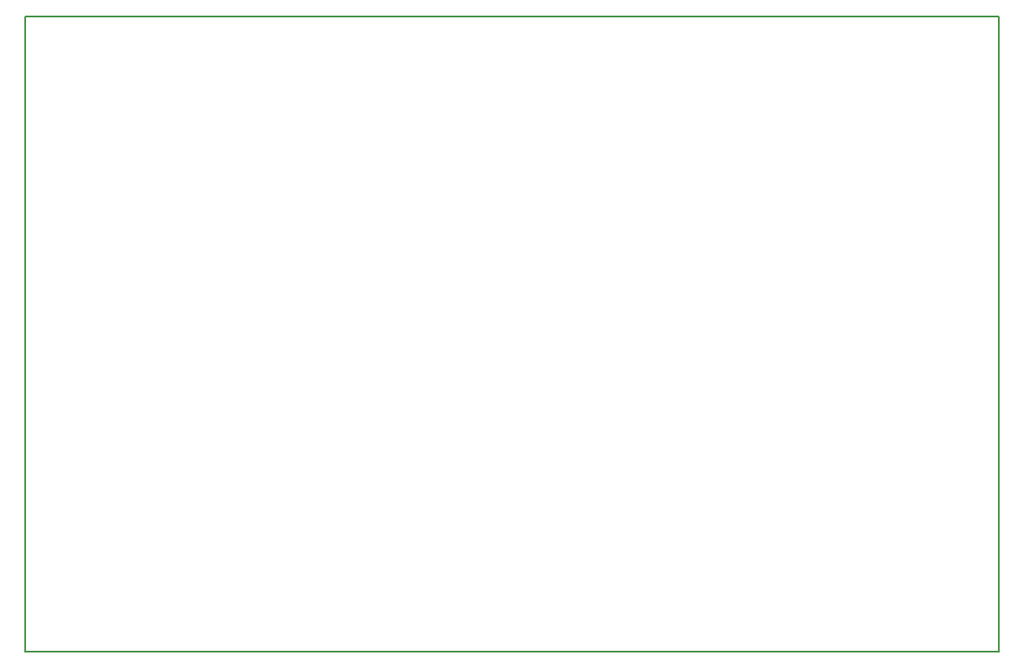
<source format=gm1>
G04 Layer_Color=16711935*
%FSLAX24Y24*%
%MOIN*%
G70*
G01*
G75*
%ADD44C,0.0079*%
D44*
X0Y0D02*
Y24409D01*
X37402D01*
Y0D02*
Y24409D01*
X0Y0D02*
X37402D01*
M02*

</source>
